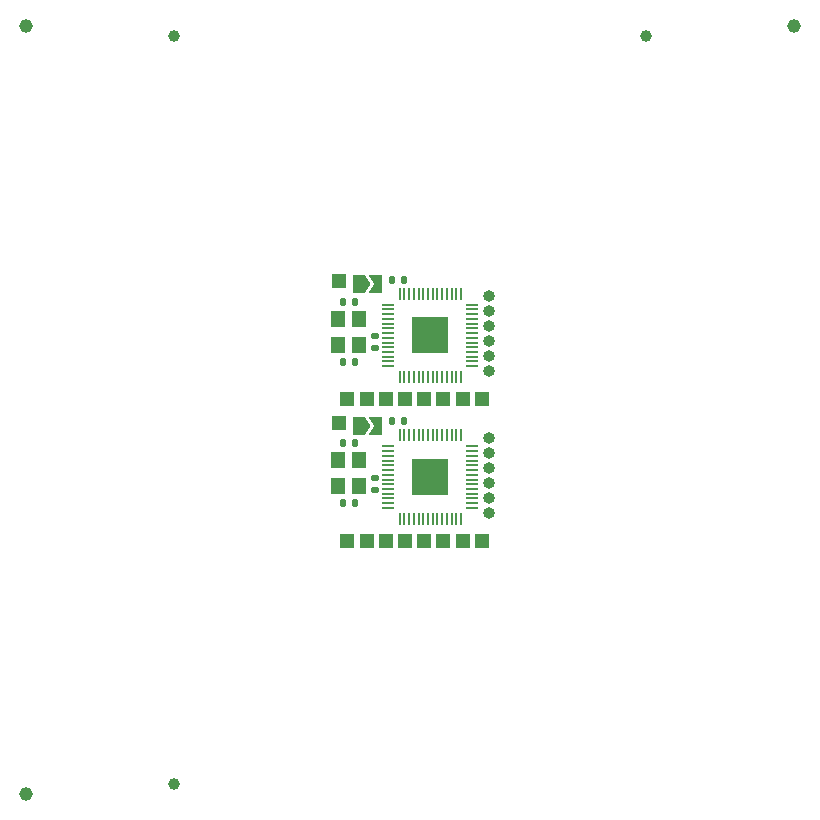
<source format=gts>
G04 #@! TF.GenerationSoftware,KiCad,Pcbnew,7.0.2-6a45011f42~172~ubuntu22.04.1*
G04 #@! TF.CreationDate,2023-05-27T08:42:39+08:00*
G04 #@! TF.ProjectId,panel_2_1,70616e65-6c5f-4325-9f31-2e6b69636164,rev?*
G04 #@! TF.SameCoordinates,Original*
G04 #@! TF.FileFunction,Soldermask,Top*
G04 #@! TF.FilePolarity,Negative*
%FSLAX46Y46*%
G04 Gerber Fmt 4.6, Leading zero omitted, Abs format (unit mm)*
G04 Created by KiCad (PCBNEW 7.0.2-6a45011f42~172~ubuntu22.04.1) date 2023-05-27 08:42:39*
%MOMM*%
%LPD*%
G01*
G04 APERTURE LIST*
G04 Aperture macros list*
%AMRoundRect*
0 Rectangle with rounded corners*
0 $1 Rounding radius*
0 $2 $3 $4 $5 $6 $7 $8 $9 X,Y pos of 4 corners*
0 Add a 4 corners polygon primitive as box body*
4,1,4,$2,$3,$4,$5,$6,$7,$8,$9,$2,$3,0*
0 Add four circle primitives for the rounded corners*
1,1,$1+$1,$2,$3*
1,1,$1+$1,$4,$5*
1,1,$1+$1,$6,$7*
1,1,$1+$1,$8,$9*
0 Add four rect primitives between the rounded corners*
20,1,$1+$1,$2,$3,$4,$5,0*
20,1,$1+$1,$4,$5,$6,$7,0*
20,1,$1+$1,$6,$7,$8,$9,0*
20,1,$1+$1,$8,$9,$2,$3,0*%
%AMFreePoly0*
4,1,6,1.000000,0.000000,0.500000,-0.750000,-0.500000,-0.750000,-0.500000,0.750000,0.500000,0.750000,1.000000,0.000000,1.000000,0.000000,$1*%
%AMFreePoly1*
4,1,6,0.500000,-0.750000,-0.650000,-0.750000,-0.150000,0.000000,-0.650000,0.750000,0.500000,0.750000,0.500000,-0.750000,0.500000,-0.750000,$1*%
G04 Aperture macros list end*
%ADD10R,1.200000X1.200000*%
%ADD11C,1.000000*%
%ADD12RoundRect,0.135000X-0.135000X-0.185000X0.135000X-0.185000X0.135000X0.185000X-0.135000X0.185000X0*%
%ADD13C,1.152000*%
%ADD14RoundRect,0.140000X-0.140000X-0.170000X0.140000X-0.170000X0.140000X0.170000X-0.140000X0.170000X0*%
%ADD15O,1.000000X1.000000*%
%ADD16R,1.200000X1.400000*%
%ADD17RoundRect,0.135000X0.185000X-0.135000X0.185000X0.135000X-0.185000X0.135000X-0.185000X-0.135000X0*%
%ADD18R,0.200000X1.100000*%
%ADD19R,1.100000X0.200000*%
%ADD20R,3.100000X3.100000*%
%ADD21FreePoly0,0.000000*%
%ADD22FreePoly1,0.000000*%
G04 APERTURE END LIST*
D10*
G04 #@! TO.C,J6*
X31310000Y-34100000D03*
G04 #@! TD*
D11*
G04 #@! TO.C,REF\u002A\u002A*
X55000000Y-3350000D03*
G04 #@! TD*
D10*
G04 #@! TO.C,J7*
X29677500Y-34100000D03*
G04 #@! TD*
G04 #@! TO.C,J3*
X36187500Y-34100000D03*
G04 #@! TD*
D12*
G04 #@! TO.C,R12*
X33440000Y-23970000D03*
X34460000Y-23970000D03*
G04 #@! TD*
D13*
G04 #@! TO.C,REF\u002A\u002A*
X2500000Y-67500000D03*
G04 #@! TD*
G04 #@! TO.C,REF\u002A\u002A*
X67500000Y-2500000D03*
G04 #@! TD*
G04 #@! TO.C,REF\u002A\u002A*
X2500000Y-2500000D03*
G04 #@! TD*
D14*
G04 #@! TO.C,C3*
X29350000Y-37850000D03*
X30310000Y-37850000D03*
G04 #@! TD*
D10*
G04 #@! TO.C,J5*
X39442500Y-34100000D03*
G04 #@! TD*
G04 #@! TO.C,J7*
X29677500Y-46100000D03*
G04 #@! TD*
D15*
G04 #@! TO.C,J8*
X41700000Y-31700000D03*
X41700000Y-30430000D03*
X41700000Y-29160000D03*
X41700000Y-27890000D03*
X41700000Y-26620000D03*
X41700000Y-25350000D03*
G04 #@! TD*
D11*
G04 #@! TO.C,REF\u002A\u002A*
X15000000Y-66650000D03*
G04 #@! TD*
D16*
G04 #@! TO.C,X1*
X30672000Y-41483000D03*
X30672000Y-39283000D03*
X28922000Y-39283000D03*
X28922000Y-41483000D03*
G04 #@! TD*
D12*
G04 #@! TO.C,R12*
X33440000Y-35970000D03*
X34460000Y-35970000D03*
G04 #@! TD*
D16*
G04 #@! TO.C,X1*
X30672000Y-29483000D03*
X30672000Y-27283000D03*
X28922000Y-27283000D03*
X28922000Y-29483000D03*
G04 #@! TD*
D17*
G04 #@! TO.C,R1*
X32000000Y-29800000D03*
X32000000Y-28780000D03*
G04 #@! TD*
D10*
G04 #@! TO.C,J1*
X28930000Y-36110000D03*
G04 #@! TD*
G04 #@! TO.C,J2*
X34560000Y-34100000D03*
G04 #@! TD*
G04 #@! TO.C,J6*
X31310000Y-46100000D03*
G04 #@! TD*
G04 #@! TO.C,J1*
X28930000Y-24110000D03*
G04 #@! TD*
D18*
G04 #@! TO.C,U1*
X39305000Y-37155000D03*
X38905000Y-37155000D03*
X38505000Y-37155000D03*
X38105000Y-37155000D03*
X37705000Y-37155000D03*
X37305000Y-37155000D03*
X36905000Y-37155000D03*
X36505000Y-37155000D03*
X36105000Y-37155000D03*
X35705000Y-37155000D03*
X35305000Y-37155000D03*
X34905000Y-37155000D03*
X34505000Y-37155000D03*
X34105000Y-37155000D03*
D19*
X33155000Y-38105000D03*
X33155000Y-38505000D03*
X33155000Y-38905000D03*
X33155000Y-39305000D03*
X33155000Y-39705000D03*
X33155000Y-40105000D03*
X33155000Y-40505000D03*
X33155000Y-40905000D03*
X33155000Y-41305000D03*
X33155000Y-41705000D03*
X33155000Y-42105000D03*
X33155000Y-42505000D03*
X33155000Y-42905000D03*
X33155000Y-43305000D03*
D18*
X34105000Y-44255000D03*
X34505000Y-44255000D03*
X34905000Y-44255000D03*
X35305000Y-44255000D03*
X35705000Y-44255000D03*
X36105000Y-44255000D03*
X36505000Y-44255000D03*
X36905000Y-44255000D03*
X37305000Y-44255000D03*
X37705000Y-44255000D03*
X38105000Y-44255000D03*
X38505000Y-44255000D03*
X38905000Y-44255000D03*
X39305000Y-44255000D03*
D19*
X40255000Y-43305000D03*
X40255000Y-42905000D03*
X40255000Y-42505000D03*
X40255000Y-42105000D03*
X40255000Y-41705000D03*
X40255000Y-41305000D03*
X40255000Y-40905000D03*
X40255000Y-40505000D03*
X40255000Y-40105000D03*
X40255000Y-39705000D03*
X40255000Y-39305000D03*
X40255000Y-38905000D03*
X40255000Y-38505000D03*
X40255000Y-38105000D03*
D20*
X36705000Y-40705000D03*
G04 #@! TD*
D21*
G04 #@! TO.C,JP1*
X30655000Y-24360000D03*
D22*
X32105000Y-24360000D03*
G04 #@! TD*
D17*
G04 #@! TO.C,R1*
X32000000Y-41800000D03*
X32000000Y-40780000D03*
G04 #@! TD*
D14*
G04 #@! TO.C,C1*
X29330000Y-42920000D03*
X30290000Y-42920000D03*
G04 #@! TD*
D10*
G04 #@! TO.C,J3*
X36187500Y-46100000D03*
G04 #@! TD*
G04 #@! TO.C,J10*
X41070000Y-34100000D03*
G04 #@! TD*
G04 #@! TO.C,J5*
X39442500Y-46100000D03*
G04 #@! TD*
G04 #@! TO.C,J4*
X37815000Y-46100000D03*
G04 #@! TD*
D14*
G04 #@! TO.C,C3*
X29350000Y-25850000D03*
X30310000Y-25850000D03*
G04 #@! TD*
D21*
G04 #@! TO.C,JP1*
X30655000Y-36360000D03*
D22*
X32105000Y-36360000D03*
G04 #@! TD*
D10*
G04 #@! TO.C,J4*
X37815000Y-34100000D03*
G04 #@! TD*
D11*
G04 #@! TO.C,REF\u002A\u002A*
X15000000Y-3350000D03*
G04 #@! TD*
D10*
G04 #@! TO.C,J9*
X32932500Y-34100000D03*
G04 #@! TD*
G04 #@! TO.C,J2*
X34560000Y-46100000D03*
G04 #@! TD*
G04 #@! TO.C,J9*
X32932500Y-46100000D03*
G04 #@! TD*
G04 #@! TO.C,J10*
X41070000Y-46100000D03*
G04 #@! TD*
D14*
G04 #@! TO.C,C1*
X29330000Y-30920000D03*
X30290000Y-30920000D03*
G04 #@! TD*
D18*
G04 #@! TO.C,U1*
X39305000Y-25155000D03*
X38905000Y-25155000D03*
X38505000Y-25155000D03*
X38105000Y-25155000D03*
X37705000Y-25155000D03*
X37305000Y-25155000D03*
X36905000Y-25155000D03*
X36505000Y-25155000D03*
X36105000Y-25155000D03*
X35705000Y-25155000D03*
X35305000Y-25155000D03*
X34905000Y-25155000D03*
X34505000Y-25155000D03*
X34105000Y-25155000D03*
D19*
X33155000Y-26105000D03*
X33155000Y-26505000D03*
X33155000Y-26905000D03*
X33155000Y-27305000D03*
X33155000Y-27705000D03*
X33155000Y-28105000D03*
X33155000Y-28505000D03*
X33155000Y-28905000D03*
X33155000Y-29305000D03*
X33155000Y-29705000D03*
X33155000Y-30105000D03*
X33155000Y-30505000D03*
X33155000Y-30905000D03*
X33155000Y-31305000D03*
D18*
X34105000Y-32255000D03*
X34505000Y-32255000D03*
X34905000Y-32255000D03*
X35305000Y-32255000D03*
X35705000Y-32255000D03*
X36105000Y-32255000D03*
X36505000Y-32255000D03*
X36905000Y-32255000D03*
X37305000Y-32255000D03*
X37705000Y-32255000D03*
X38105000Y-32255000D03*
X38505000Y-32255000D03*
X38905000Y-32255000D03*
X39305000Y-32255000D03*
D19*
X40255000Y-31305000D03*
X40255000Y-30905000D03*
X40255000Y-30505000D03*
X40255000Y-30105000D03*
X40255000Y-29705000D03*
X40255000Y-29305000D03*
X40255000Y-28905000D03*
X40255000Y-28505000D03*
X40255000Y-28105000D03*
X40255000Y-27705000D03*
X40255000Y-27305000D03*
X40255000Y-26905000D03*
X40255000Y-26505000D03*
X40255000Y-26105000D03*
D20*
X36705000Y-28705000D03*
G04 #@! TD*
D15*
G04 #@! TO.C,J8*
X41700000Y-43700000D03*
X41700000Y-42430000D03*
X41700000Y-41160000D03*
X41700000Y-39890000D03*
X41700000Y-38620000D03*
X41700000Y-37350000D03*
G04 #@! TD*
M02*

</source>
